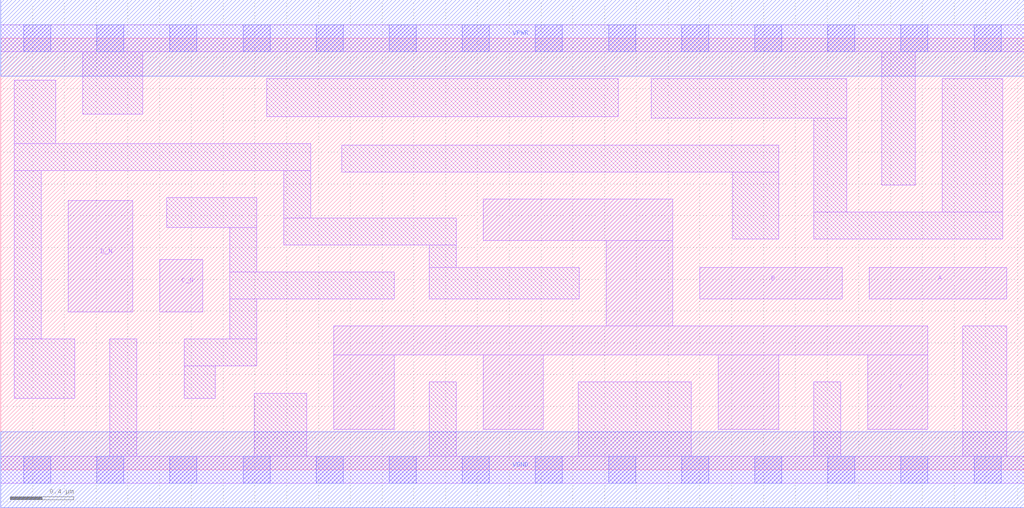
<source format=lef>
# Copyright 2020 The SkyWater PDK Authors
#
# Licensed under the Apache License, Version 2.0 (the "License");
# you may not use this file except in compliance with the License.
# You may obtain a copy of the License at
#
#     https://www.apache.org/licenses/LICENSE-2.0
#
# Unless required by applicable law or agreed to in writing, software
# distributed under the License is distributed on an "AS IS" BASIS,
# WITHOUT WARRANTIES OR CONDITIONS OF ANY KIND, either express or implied.
# See the License for the specific language governing permissions and
# limitations under the License.
#
# SPDX-License-Identifier: Apache-2.0

VERSION 5.7 ;
BUSBITCHARS "[]" ;
DIVIDERCHAR "/" ;
PROPERTYDEFINITIONS
  MACRO maskLayoutSubType STRING ;
  MACRO prCellType STRING ;
  MACRO originalViewName STRING ;
END PROPERTYDEFINITIONS
MACRO sky130_fd_sc_hdll__nor4bb_2
  ORIGIN  0.000000  0.000000 ;
  CLASS CORE ;
  SYMMETRY X Y R90 ;
  SIZE  6.440000 BY  2.720000 ;
  SITE unithd ;
  PIN A
    ANTENNAGATEAREA  0.555000 ;
    DIRECTION INPUT ;
    USE SIGNAL ;
    PORT
      LAYER li1 ;
        RECT 5.465000 1.075000 6.330000 1.275000 ;
    END
  END A
  PIN B
    ANTENNAGATEAREA  0.555000 ;
    DIRECTION INPUT ;
    USE SIGNAL ;
    PORT
      LAYER li1 ;
        RECT 4.400000 1.075000 5.295000 1.275000 ;
    END
  END B
  PIN C_N
    ANTENNAGATEAREA  0.138600 ;
    DIRECTION INPUT ;
    USE SIGNAL ;
    PORT
      LAYER li1 ;
        RECT 1.000000 0.995000 1.270000 1.325000 ;
    END
  END C_N
  PIN D_N
    ANTENNAGATEAREA  0.138600 ;
    DIRECTION INPUT ;
    USE SIGNAL ;
    PORT
      LAYER li1 ;
        RECT 0.425000 0.995000 0.830000 1.695000 ;
    END
  END D_N
  PIN Y
    ANTENNADIFFAREA  1.219500 ;
    DIRECTION OUTPUT ;
    USE SIGNAL ;
    PORT
      LAYER li1 ;
        RECT 2.095000 0.255000 2.475000 0.725000 ;
        RECT 2.095000 0.725000 5.835000 0.905000 ;
        RECT 3.035000 0.255000 3.415000 0.725000 ;
        RECT 3.035000 1.445000 4.230000 1.705000 ;
        RECT 3.810000 0.905000 4.230000 1.445000 ;
        RECT 4.515000 0.255000 4.895000 0.725000 ;
        RECT 5.455000 0.255000 5.835000 0.725000 ;
    END
  END Y
  PIN VGND
    DIRECTION INOUT ;
    USE GROUND ;
    PORT
      LAYER met1 ;
        RECT 0.000000 -0.240000 6.440000 0.240000 ;
    END
  END VGND
  PIN VNB
    DIRECTION INOUT ;
    USE GROUND ;
    PORT
    END
  END VNB
  PIN VPB
    DIRECTION INOUT ;
    USE POWER ;
    PORT
    END
  END VPB
  PIN VPWR
    DIRECTION INOUT ;
    USE POWER ;
    PORT
      LAYER met1 ;
        RECT 0.000000 2.480000 6.440000 2.960000 ;
    END
  END VPWR
  OBS
    LAYER li1 ;
      RECT 0.000000 -0.085000 6.440000 0.085000 ;
      RECT 0.000000  2.635000 6.440000 2.805000 ;
      RECT 0.085000  0.450000 0.465000 0.825000 ;
      RECT 0.085000  0.825000 0.255000 1.885000 ;
      RECT 0.085000  1.885000 1.950000 2.055000 ;
      RECT 0.085000  2.055000 0.345000 2.455000 ;
      RECT 0.515000  2.240000 0.895000 2.635000 ;
      RECT 0.685000  0.085000 0.855000 0.825000 ;
      RECT 1.045000  1.525000 1.610000 1.715000 ;
      RECT 1.155000  0.450000 1.350000 0.655000 ;
      RECT 1.155000  0.655000 1.610000 0.825000 ;
      RECT 1.440000  0.825000 1.610000 1.075000 ;
      RECT 1.440000  1.075000 2.475000 1.245000 ;
      RECT 1.440000  1.245000 1.610000 1.525000 ;
      RECT 1.595000  0.085000 1.925000 0.480000 ;
      RECT 1.675000  2.225000 3.885000 2.465000 ;
      RECT 1.780000  1.415000 2.865000 1.585000 ;
      RECT 1.780000  1.585000 1.950000 1.885000 ;
      RECT 2.145000  1.875000 4.895000 2.045000 ;
      RECT 2.695000  0.085000 2.865000 0.555000 ;
      RECT 2.695000  1.075000 3.640000 1.275000 ;
      RECT 2.695000  1.275000 2.865000 1.415000 ;
      RECT 3.635000  0.085000 4.345000 0.555000 ;
      RECT 4.095000  2.215000 5.325000 2.465000 ;
      RECT 4.605000  1.455000 4.895000 1.875000 ;
      RECT 5.115000  0.085000 5.285000 0.555000 ;
      RECT 5.115000  1.455000 6.305000 1.625000 ;
      RECT 5.115000  1.625000 5.325000 2.215000 ;
      RECT 5.545000  1.795000 5.755000 2.635000 ;
      RECT 5.925000  1.625000 6.305000 2.465000 ;
      RECT 6.055000  0.085000 6.330000 0.905000 ;
    LAYER mcon ;
      RECT 0.145000 -0.085000 0.315000 0.085000 ;
      RECT 0.145000  2.635000 0.315000 2.805000 ;
      RECT 0.605000 -0.085000 0.775000 0.085000 ;
      RECT 0.605000  2.635000 0.775000 2.805000 ;
      RECT 1.065000 -0.085000 1.235000 0.085000 ;
      RECT 1.065000  2.635000 1.235000 2.805000 ;
      RECT 1.525000 -0.085000 1.695000 0.085000 ;
      RECT 1.525000  2.635000 1.695000 2.805000 ;
      RECT 1.985000 -0.085000 2.155000 0.085000 ;
      RECT 1.985000  2.635000 2.155000 2.805000 ;
      RECT 2.445000 -0.085000 2.615000 0.085000 ;
      RECT 2.445000  2.635000 2.615000 2.805000 ;
      RECT 2.905000 -0.085000 3.075000 0.085000 ;
      RECT 2.905000  2.635000 3.075000 2.805000 ;
      RECT 3.365000 -0.085000 3.535000 0.085000 ;
      RECT 3.365000  2.635000 3.535000 2.805000 ;
      RECT 3.825000 -0.085000 3.995000 0.085000 ;
      RECT 3.825000  2.635000 3.995000 2.805000 ;
      RECT 4.285000 -0.085000 4.455000 0.085000 ;
      RECT 4.285000  2.635000 4.455000 2.805000 ;
      RECT 4.745000 -0.085000 4.915000 0.085000 ;
      RECT 4.745000  2.635000 4.915000 2.805000 ;
      RECT 5.205000 -0.085000 5.375000 0.085000 ;
      RECT 5.205000  2.635000 5.375000 2.805000 ;
      RECT 5.665000 -0.085000 5.835000 0.085000 ;
      RECT 5.665000  2.635000 5.835000 2.805000 ;
      RECT 6.125000 -0.085000 6.295000 0.085000 ;
      RECT 6.125000  2.635000 6.295000 2.805000 ;
  END
  PROPERTY maskLayoutSubType "abstract" ;
  PROPERTY prCellType "standard" ;
  PROPERTY originalViewName "layout" ;
END sky130_fd_sc_hdll__nor4bb_2
END LIBRARY

</source>
